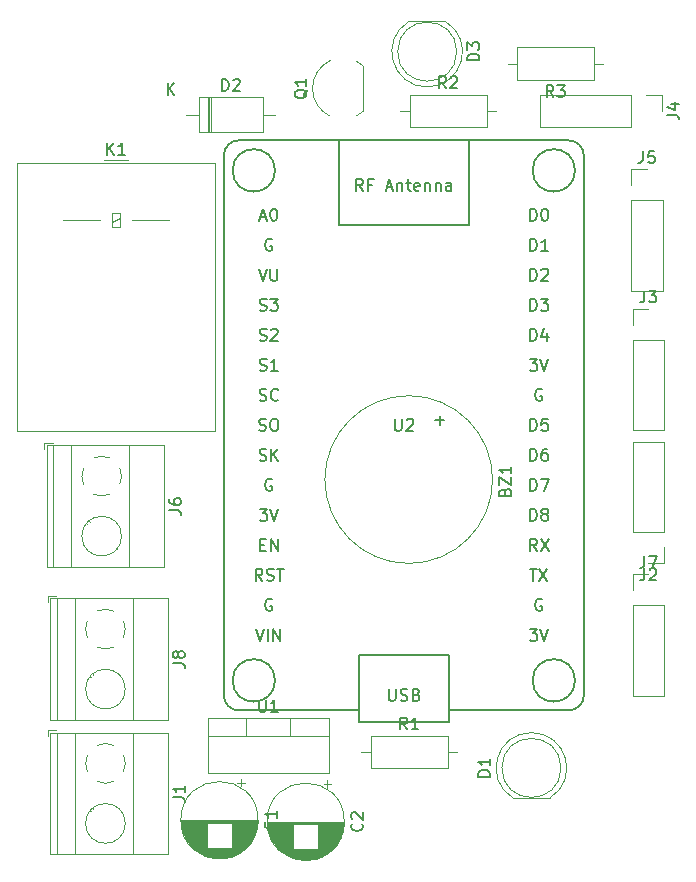
<source format=gbr>
%TF.GenerationSoftware,KiCad,Pcbnew,(5.1.12)-1*%
%TF.CreationDate,2022-02-17T13:14:00+05:30*%
%TF.ProjectId,vehilcletheftdetection,76656869-6c63-46c6-9574-686566746465,rev?*%
%TF.SameCoordinates,Original*%
%TF.FileFunction,Legend,Top*%
%TF.FilePolarity,Positive*%
%FSLAX46Y46*%
G04 Gerber Fmt 4.6, Leading zero omitted, Abs format (unit mm)*
G04 Created by KiCad (PCBNEW (5.1.12)-1) date 2022-02-17 13:14:00*
%MOMM*%
%LPD*%
G01*
G04 APERTURE LIST*
%ADD10C,0.120000*%
%ADD11C,0.150000*%
G04 APERTURE END LIST*
D10*
%TO.C,R1*%
X59150500Y-100484000D02*
X59150500Y-103224000D01*
X59150500Y-103224000D02*
X65690500Y-103224000D01*
X65690500Y-103224000D02*
X65690500Y-100484000D01*
X65690500Y-100484000D02*
X59150500Y-100484000D01*
X58380500Y-101854000D02*
X59150500Y-101854000D01*
X66460500Y-101854000D02*
X65690500Y-101854000D01*
%TO.C,R3*%
X78073000Y-44931000D02*
X78073000Y-42191000D01*
X78073000Y-42191000D02*
X71533000Y-42191000D01*
X71533000Y-42191000D02*
X71533000Y-44931000D01*
X71533000Y-44931000D02*
X78073000Y-44931000D01*
X78843000Y-43561000D02*
X78073000Y-43561000D01*
X70763000Y-43561000D02*
X71533000Y-43561000D01*
%TO.C,Q1*%
X58532500Y-47596500D02*
X58532500Y-43746500D01*
X57944764Y-43354117D02*
G75*
G02*
X58532500Y-43746500I-1112264J-2302383D01*
G01*
X55733693Y-43300100D02*
G75*
G03*
X54232500Y-45656500I1098807J-2356400D01*
G01*
X55733693Y-48012900D02*
G75*
G02*
X54232500Y-45656500I1098807J2356400D01*
G01*
X57954545Y-47979131D02*
G75*
G03*
X58532500Y-47596500I-1122045J2322631D01*
G01*
%TO.C,K1*%
X38942000Y-56810000D02*
X42092000Y-56810000D01*
X33092000Y-56810000D02*
X36242000Y-56810000D01*
X36592000Y-51700000D02*
X38592000Y-51700000D01*
X37242000Y-57410000D02*
X37942000Y-57410000D01*
X37242000Y-56210000D02*
X37242000Y-57410000D01*
X37942000Y-56210000D02*
X37242000Y-56210000D01*
X37942000Y-57410000D02*
X37942000Y-56210000D01*
X37242000Y-57010000D02*
X37942000Y-56610000D01*
X29242000Y-74660000D02*
X45942000Y-74660000D01*
X29242000Y-51960000D02*
X29242000Y-74660000D01*
X45942000Y-51960000D02*
X29242000Y-51960000D01*
X45942000Y-74660000D02*
X45942000Y-51960000D01*
%TO.C,J8*%
X31803000Y-88600000D02*
X31803000Y-89100000D01*
X32543000Y-88600000D02*
X31803000Y-88600000D01*
X35680000Y-95293000D02*
X35634000Y-95246000D01*
X37978000Y-97590000D02*
X37942000Y-97555000D01*
X35464000Y-95486000D02*
X35429000Y-95451000D01*
X37772000Y-97795000D02*
X37726000Y-97748000D01*
X41964000Y-99120000D02*
X32043000Y-99120000D01*
X41964000Y-88840000D02*
X32043000Y-88840000D01*
X32043000Y-88840000D02*
X32043000Y-99120000D01*
X41964000Y-88840000D02*
X41964000Y-99120000D01*
X39004000Y-88840000D02*
X39004000Y-99120000D01*
X34103000Y-88840000D02*
X34103000Y-99120000D01*
X32603000Y-88840000D02*
X32603000Y-99120000D01*
X38383000Y-96520000D02*
G75*
G03*
X38383000Y-96520000I-1680000J0D01*
G01*
X35022747Y-91468805D02*
G75*
G02*
X35168000Y-90756000I1680253J28805D01*
G01*
X36019958Y-89904574D02*
G75*
G02*
X37387000Y-89905000I683042J-1535426D01*
G01*
X38238426Y-90756958D02*
G75*
G02*
X38238000Y-92124000I-1535426J-683042D01*
G01*
X37386042Y-92975426D02*
G75*
G02*
X36019000Y-92975000I-683042J1535426D01*
G01*
X35168244Y-92123318D02*
G75*
G02*
X35023000Y-91440000I1534756J683318D01*
G01*
D11*
%TO.C,U2*%
X75944600Y-98319100D02*
X65774600Y-98319100D01*
X67464600Y-57189100D02*
X56464600Y-57189100D01*
X67464600Y-50059100D02*
X67464600Y-57189100D01*
X56464600Y-57189100D02*
X56464600Y-50059100D01*
X58164600Y-99319100D02*
X58164600Y-93589100D01*
X58164600Y-93589100D02*
X65764600Y-93589100D01*
X65764600Y-93589100D02*
X65764600Y-99319100D01*
X65764600Y-99319100D02*
X58164600Y-99319100D01*
X77204600Y-51329100D02*
X77204600Y-97049100D01*
X46724600Y-51329100D02*
X46724600Y-97049100D01*
X58164600Y-98319100D02*
X47994600Y-98319100D01*
X76460651Y-95779100D02*
G75*
G03*
X76460651Y-95779100I-1796051J0D01*
G01*
X51060651Y-95779100D02*
G75*
G03*
X51060651Y-95779100I-1796051J0D01*
G01*
X51060651Y-52599100D02*
G75*
G03*
X51060651Y-52599100I-1796051J0D01*
G01*
X76460651Y-52599100D02*
G75*
G03*
X76460651Y-52599100I-1796051J0D01*
G01*
X75934600Y-50059100D02*
X47994600Y-50059100D01*
X46724600Y-97049100D02*
G75*
G03*
X47994600Y-98319100I1270000J0D01*
G01*
X75934600Y-98319100D02*
G75*
G03*
X77204600Y-97049100I0J1270000D01*
G01*
X77204600Y-51329100D02*
G75*
G03*
X75934600Y-50059100I-1270000J0D01*
G01*
X47994600Y-50059100D02*
G75*
G03*
X46724600Y-51329100I0J-1270000D01*
G01*
D10*
%TO.C,U1*%
X45362500Y-98965000D02*
X55602500Y-98965000D01*
X45362500Y-103606000D02*
X55602500Y-103606000D01*
X45362500Y-98965000D02*
X45362500Y-103606000D01*
X55602500Y-98965000D02*
X55602500Y-103606000D01*
X45362500Y-100475000D02*
X55602500Y-100475000D01*
X48632500Y-98965000D02*
X48632500Y-100475000D01*
X52333500Y-98965000D02*
X52333500Y-100475000D01*
%TO.C,R2*%
X62452500Y-46191500D02*
X62452500Y-48931500D01*
X62452500Y-48931500D02*
X68992500Y-48931500D01*
X68992500Y-48931500D02*
X68992500Y-46191500D01*
X68992500Y-46191500D02*
X62452500Y-46191500D01*
X61682500Y-47561500D02*
X62452500Y-47561500D01*
X69762500Y-47561500D02*
X68992500Y-47561500D01*
%TO.C,J7*%
X81347000Y-97088000D02*
X84007000Y-97088000D01*
X81347000Y-89408000D02*
X81347000Y-97088000D01*
X84007000Y-89408000D02*
X84007000Y-97088000D01*
X81347000Y-89408000D02*
X84007000Y-89408000D01*
X81347000Y-88138000D02*
X81347000Y-86808000D01*
X81347000Y-86808000D02*
X82677000Y-86808000D01*
%TO.C,J6*%
X38065500Y-83566000D02*
G75*
G03*
X38065500Y-83566000I-1680000J0D01*
G01*
X32285500Y-75886000D02*
X32285500Y-86166000D01*
X33785500Y-75886000D02*
X33785500Y-86166000D01*
X38686500Y-75886000D02*
X38686500Y-86166000D01*
X41646500Y-75886000D02*
X41646500Y-86166000D01*
X31725500Y-75886000D02*
X31725500Y-86166000D01*
X41646500Y-75886000D02*
X31725500Y-75886000D01*
X41646500Y-86166000D02*
X31725500Y-86166000D01*
X37454500Y-84841000D02*
X37408500Y-84794000D01*
X35146500Y-82532000D02*
X35111500Y-82497000D01*
X37660500Y-84636000D02*
X37624500Y-84601000D01*
X35362500Y-82339000D02*
X35316500Y-82292000D01*
X32225500Y-75646000D02*
X31485500Y-75646000D01*
X31485500Y-75646000D02*
X31485500Y-76146000D01*
X34705247Y-78514805D02*
G75*
G02*
X34850500Y-77802000I1680253J28805D01*
G01*
X35702458Y-76950574D02*
G75*
G02*
X37069500Y-76951000I683042J-1535426D01*
G01*
X37920926Y-77802958D02*
G75*
G02*
X37920500Y-79170000I-1535426J-683042D01*
G01*
X37068542Y-80021426D02*
G75*
G02*
X35701500Y-80021000I-683042J1535426D01*
G01*
X34850744Y-79169318D02*
G75*
G02*
X34705500Y-78486000I1534756J683318D01*
G01*
%TO.C,J5*%
X81220000Y-62798000D02*
X83880000Y-62798000D01*
X81220000Y-55118000D02*
X81220000Y-62798000D01*
X83880000Y-55118000D02*
X83880000Y-62798000D01*
X81220000Y-55118000D02*
X83880000Y-55118000D01*
X81220000Y-53848000D02*
X81220000Y-52518000D01*
X81220000Y-52518000D02*
X82550000Y-52518000D01*
%TO.C,J4*%
X73536500Y-46231500D02*
X73536500Y-48891500D01*
X81216500Y-46231500D02*
X73536500Y-46231500D01*
X81216500Y-48891500D02*
X73536500Y-48891500D01*
X81216500Y-46231500D02*
X81216500Y-48891500D01*
X82486500Y-46231500D02*
X83816500Y-46231500D01*
X83816500Y-46231500D02*
X83816500Y-47561500D01*
%TO.C,J3*%
X81347000Y-74609000D02*
X84007000Y-74609000D01*
X81347000Y-66929000D02*
X81347000Y-74609000D01*
X84007000Y-66929000D02*
X84007000Y-74609000D01*
X81347000Y-66929000D02*
X84007000Y-66929000D01*
X81347000Y-65659000D02*
X81347000Y-64329000D01*
X81347000Y-64329000D02*
X82677000Y-64329000D01*
%TO.C,J2*%
X84007000Y-75568500D02*
X81347000Y-75568500D01*
X84007000Y-83248500D02*
X84007000Y-75568500D01*
X81347000Y-83248500D02*
X81347000Y-75568500D01*
X84007000Y-83248500D02*
X81347000Y-83248500D01*
X84007000Y-84518500D02*
X84007000Y-85848500D01*
X84007000Y-85848500D02*
X82677000Y-85848500D01*
%TO.C,J1*%
X38383000Y-107886500D02*
G75*
G03*
X38383000Y-107886500I-1680000J0D01*
G01*
X32603000Y-100206500D02*
X32603000Y-110486500D01*
X34103000Y-100206500D02*
X34103000Y-110486500D01*
X39004000Y-100206500D02*
X39004000Y-110486500D01*
X41964000Y-100206500D02*
X41964000Y-110486500D01*
X32043000Y-100206500D02*
X32043000Y-110486500D01*
X41964000Y-100206500D02*
X32043000Y-100206500D01*
X41964000Y-110486500D02*
X32043000Y-110486500D01*
X37772000Y-109161500D02*
X37726000Y-109114500D01*
X35464000Y-106852500D02*
X35429000Y-106817500D01*
X37978000Y-108956500D02*
X37942000Y-108921500D01*
X35680000Y-106659500D02*
X35634000Y-106612500D01*
X32543000Y-99966500D02*
X31803000Y-99966500D01*
X31803000Y-99966500D02*
X31803000Y-100466500D01*
X35022747Y-102835305D02*
G75*
G02*
X35168000Y-102122500I1680253J28805D01*
G01*
X36019958Y-101271074D02*
G75*
G02*
X37387000Y-101271500I683042J-1535426D01*
G01*
X38238426Y-102123458D02*
G75*
G02*
X38238000Y-103490500I-1535426J-683042D01*
G01*
X37386042Y-104341926D02*
G75*
G02*
X36019000Y-104341500I-683042J1535426D01*
G01*
X35168244Y-103489818D02*
G75*
G02*
X35023000Y-102806500I1534756J683318D01*
G01*
%TO.C,D3*%
X66444500Y-42545000D02*
G75*
G03*
X66444500Y-42545000I-2500000J0D01*
G01*
X65489500Y-39985000D02*
X62399500Y-39985000D01*
X63944962Y-45535000D02*
G75*
G02*
X62399670Y-39985000I-462J2990000D01*
G01*
X63944038Y-45535000D02*
G75*
G03*
X65489330Y-39985000I462J2990000D01*
G01*
%TO.C,D2*%
X44587500Y-46409000D02*
X44587500Y-49349000D01*
X44587500Y-49349000D02*
X50027500Y-49349000D01*
X50027500Y-49349000D02*
X50027500Y-46409000D01*
X50027500Y-46409000D02*
X44587500Y-46409000D01*
X43567500Y-47879000D02*
X44587500Y-47879000D01*
X51047500Y-47879000D02*
X50027500Y-47879000D01*
X45487500Y-46409000D02*
X45487500Y-49349000D01*
X45607500Y-46409000D02*
X45607500Y-49349000D01*
X45367500Y-46409000D02*
X45367500Y-49349000D01*
%TO.C,D1*%
X75271000Y-103187500D02*
G75*
G03*
X75271000Y-103187500I-2500000J0D01*
G01*
X71226000Y-105747500D02*
X74316000Y-105747500D01*
X72770538Y-100197500D02*
G75*
G02*
X74315830Y-105747500I462J-2990000D01*
G01*
X72771462Y-100197500D02*
G75*
G03*
X71226170Y-105747500I-462J-2990000D01*
G01*
%TO.C,C2*%
X56927500Y-107739500D02*
G75*
G03*
X56927500Y-107739500I-3270000J0D01*
G01*
X56887500Y-107739500D02*
X50427500Y-107739500D01*
X56887500Y-107779500D02*
X50427500Y-107779500D01*
X56887500Y-107819500D02*
X50427500Y-107819500D01*
X56885500Y-107859500D02*
X50429500Y-107859500D01*
X56884500Y-107899500D02*
X50430500Y-107899500D01*
X56881500Y-107939500D02*
X50433500Y-107939500D01*
X56879500Y-107979500D02*
X54697500Y-107979500D01*
X52617500Y-107979500D02*
X50435500Y-107979500D01*
X56875500Y-108019500D02*
X54697500Y-108019500D01*
X52617500Y-108019500D02*
X50439500Y-108019500D01*
X56872500Y-108059500D02*
X54697500Y-108059500D01*
X52617500Y-108059500D02*
X50442500Y-108059500D01*
X56868500Y-108099500D02*
X54697500Y-108099500D01*
X52617500Y-108099500D02*
X50446500Y-108099500D01*
X56863500Y-108139500D02*
X54697500Y-108139500D01*
X52617500Y-108139500D02*
X50451500Y-108139500D01*
X56858500Y-108179500D02*
X54697500Y-108179500D01*
X52617500Y-108179500D02*
X50456500Y-108179500D01*
X56852500Y-108219500D02*
X54697500Y-108219500D01*
X52617500Y-108219500D02*
X50462500Y-108219500D01*
X56846500Y-108259500D02*
X54697500Y-108259500D01*
X52617500Y-108259500D02*
X50468500Y-108259500D01*
X56839500Y-108299500D02*
X54697500Y-108299500D01*
X52617500Y-108299500D02*
X50475500Y-108299500D01*
X56832500Y-108339500D02*
X54697500Y-108339500D01*
X52617500Y-108339500D02*
X50482500Y-108339500D01*
X56824500Y-108379500D02*
X54697500Y-108379500D01*
X52617500Y-108379500D02*
X50490500Y-108379500D01*
X56816500Y-108419500D02*
X54697500Y-108419500D01*
X52617500Y-108419500D02*
X50498500Y-108419500D01*
X56807500Y-108460500D02*
X54697500Y-108460500D01*
X52617500Y-108460500D02*
X50507500Y-108460500D01*
X56798500Y-108500500D02*
X54697500Y-108500500D01*
X52617500Y-108500500D02*
X50516500Y-108500500D01*
X56788500Y-108540500D02*
X54697500Y-108540500D01*
X52617500Y-108540500D02*
X50526500Y-108540500D01*
X56778500Y-108580500D02*
X54697500Y-108580500D01*
X52617500Y-108580500D02*
X50536500Y-108580500D01*
X56767500Y-108620500D02*
X54697500Y-108620500D01*
X52617500Y-108620500D02*
X50547500Y-108620500D01*
X56755500Y-108660500D02*
X54697500Y-108660500D01*
X52617500Y-108660500D02*
X50559500Y-108660500D01*
X56743500Y-108700500D02*
X54697500Y-108700500D01*
X52617500Y-108700500D02*
X50571500Y-108700500D01*
X56731500Y-108740500D02*
X54697500Y-108740500D01*
X52617500Y-108740500D02*
X50583500Y-108740500D01*
X56718500Y-108780500D02*
X54697500Y-108780500D01*
X52617500Y-108780500D02*
X50596500Y-108780500D01*
X56704500Y-108820500D02*
X54697500Y-108820500D01*
X52617500Y-108820500D02*
X50610500Y-108820500D01*
X56690500Y-108860500D02*
X54697500Y-108860500D01*
X52617500Y-108860500D02*
X50624500Y-108860500D01*
X56675500Y-108900500D02*
X54697500Y-108900500D01*
X52617500Y-108900500D02*
X50639500Y-108900500D01*
X56659500Y-108940500D02*
X54697500Y-108940500D01*
X52617500Y-108940500D02*
X50655500Y-108940500D01*
X56643500Y-108980500D02*
X54697500Y-108980500D01*
X52617500Y-108980500D02*
X50671500Y-108980500D01*
X56627500Y-109020500D02*
X54697500Y-109020500D01*
X52617500Y-109020500D02*
X50687500Y-109020500D01*
X56609500Y-109060500D02*
X54697500Y-109060500D01*
X52617500Y-109060500D02*
X50705500Y-109060500D01*
X56591500Y-109100500D02*
X54697500Y-109100500D01*
X52617500Y-109100500D02*
X50723500Y-109100500D01*
X56573500Y-109140500D02*
X54697500Y-109140500D01*
X52617500Y-109140500D02*
X50741500Y-109140500D01*
X56553500Y-109180500D02*
X54697500Y-109180500D01*
X52617500Y-109180500D02*
X50761500Y-109180500D01*
X56533500Y-109220500D02*
X54697500Y-109220500D01*
X52617500Y-109220500D02*
X50781500Y-109220500D01*
X56513500Y-109260500D02*
X54697500Y-109260500D01*
X52617500Y-109260500D02*
X50801500Y-109260500D01*
X56491500Y-109300500D02*
X54697500Y-109300500D01*
X52617500Y-109300500D02*
X50823500Y-109300500D01*
X56469500Y-109340500D02*
X54697500Y-109340500D01*
X52617500Y-109340500D02*
X50845500Y-109340500D01*
X56447500Y-109380500D02*
X54697500Y-109380500D01*
X52617500Y-109380500D02*
X50867500Y-109380500D01*
X56423500Y-109420500D02*
X54697500Y-109420500D01*
X52617500Y-109420500D02*
X50891500Y-109420500D01*
X56399500Y-109460500D02*
X54697500Y-109460500D01*
X52617500Y-109460500D02*
X50915500Y-109460500D01*
X56373500Y-109500500D02*
X54697500Y-109500500D01*
X52617500Y-109500500D02*
X50941500Y-109500500D01*
X56347500Y-109540500D02*
X54697500Y-109540500D01*
X52617500Y-109540500D02*
X50967500Y-109540500D01*
X56321500Y-109580500D02*
X54697500Y-109580500D01*
X52617500Y-109580500D02*
X50993500Y-109580500D01*
X56293500Y-109620500D02*
X54697500Y-109620500D01*
X52617500Y-109620500D02*
X51021500Y-109620500D01*
X56264500Y-109660500D02*
X54697500Y-109660500D01*
X52617500Y-109660500D02*
X51050500Y-109660500D01*
X56235500Y-109700500D02*
X54697500Y-109700500D01*
X52617500Y-109700500D02*
X51079500Y-109700500D01*
X56205500Y-109740500D02*
X54697500Y-109740500D01*
X52617500Y-109740500D02*
X51109500Y-109740500D01*
X56173500Y-109780500D02*
X54697500Y-109780500D01*
X52617500Y-109780500D02*
X51141500Y-109780500D01*
X56141500Y-109820500D02*
X54697500Y-109820500D01*
X52617500Y-109820500D02*
X51173500Y-109820500D01*
X56107500Y-109860500D02*
X54697500Y-109860500D01*
X52617500Y-109860500D02*
X51207500Y-109860500D01*
X56073500Y-109900500D02*
X54697500Y-109900500D01*
X52617500Y-109900500D02*
X51241500Y-109900500D01*
X56037500Y-109940500D02*
X54697500Y-109940500D01*
X52617500Y-109940500D02*
X51277500Y-109940500D01*
X56000500Y-109980500D02*
X54697500Y-109980500D01*
X52617500Y-109980500D02*
X51314500Y-109980500D01*
X55962500Y-110020500D02*
X54697500Y-110020500D01*
X52617500Y-110020500D02*
X51352500Y-110020500D01*
X55922500Y-110060500D02*
X51392500Y-110060500D01*
X55881500Y-110100500D02*
X51433500Y-110100500D01*
X55839500Y-110140500D02*
X51475500Y-110140500D01*
X55794500Y-110180500D02*
X51520500Y-110180500D01*
X55749500Y-110220500D02*
X51565500Y-110220500D01*
X55701500Y-110260500D02*
X51613500Y-110260500D01*
X55652500Y-110300500D02*
X51662500Y-110300500D01*
X55601500Y-110340500D02*
X51713500Y-110340500D01*
X55547500Y-110380500D02*
X51767500Y-110380500D01*
X55491500Y-110420500D02*
X51823500Y-110420500D01*
X55433500Y-110460500D02*
X51881500Y-110460500D01*
X55371500Y-110500500D02*
X51943500Y-110500500D01*
X55307500Y-110540500D02*
X52007500Y-110540500D01*
X55238500Y-110580500D02*
X52076500Y-110580500D01*
X55166500Y-110620500D02*
X52148500Y-110620500D01*
X55089500Y-110660500D02*
X52225500Y-110660500D01*
X55007500Y-110700500D02*
X52307500Y-110700500D01*
X54919500Y-110740500D02*
X52395500Y-110740500D01*
X54822500Y-110780500D02*
X52492500Y-110780500D01*
X54716500Y-110820500D02*
X52598500Y-110820500D01*
X54597500Y-110860500D02*
X52717500Y-110860500D01*
X54459500Y-110900500D02*
X52855500Y-110900500D01*
X54290500Y-110940500D02*
X53024500Y-110940500D01*
X54059500Y-110980500D02*
X53255500Y-110980500D01*
X55496500Y-104239259D02*
X55496500Y-104869259D01*
X55811500Y-104554259D02*
X55181500Y-104554259D01*
%TO.C,C1*%
X49625000Y-107612500D02*
G75*
G03*
X49625000Y-107612500I-3270000J0D01*
G01*
X49585000Y-107612500D02*
X43125000Y-107612500D01*
X49585000Y-107652500D02*
X43125000Y-107652500D01*
X49585000Y-107692500D02*
X43125000Y-107692500D01*
X49583000Y-107732500D02*
X43127000Y-107732500D01*
X49582000Y-107772500D02*
X43128000Y-107772500D01*
X49579000Y-107812500D02*
X43131000Y-107812500D01*
X49577000Y-107852500D02*
X47395000Y-107852500D01*
X45315000Y-107852500D02*
X43133000Y-107852500D01*
X49573000Y-107892500D02*
X47395000Y-107892500D01*
X45315000Y-107892500D02*
X43137000Y-107892500D01*
X49570000Y-107932500D02*
X47395000Y-107932500D01*
X45315000Y-107932500D02*
X43140000Y-107932500D01*
X49566000Y-107972500D02*
X47395000Y-107972500D01*
X45315000Y-107972500D02*
X43144000Y-107972500D01*
X49561000Y-108012500D02*
X47395000Y-108012500D01*
X45315000Y-108012500D02*
X43149000Y-108012500D01*
X49556000Y-108052500D02*
X47395000Y-108052500D01*
X45315000Y-108052500D02*
X43154000Y-108052500D01*
X49550000Y-108092500D02*
X47395000Y-108092500D01*
X45315000Y-108092500D02*
X43160000Y-108092500D01*
X49544000Y-108132500D02*
X47395000Y-108132500D01*
X45315000Y-108132500D02*
X43166000Y-108132500D01*
X49537000Y-108172500D02*
X47395000Y-108172500D01*
X45315000Y-108172500D02*
X43173000Y-108172500D01*
X49530000Y-108212500D02*
X47395000Y-108212500D01*
X45315000Y-108212500D02*
X43180000Y-108212500D01*
X49522000Y-108252500D02*
X47395000Y-108252500D01*
X45315000Y-108252500D02*
X43188000Y-108252500D01*
X49514000Y-108292500D02*
X47395000Y-108292500D01*
X45315000Y-108292500D02*
X43196000Y-108292500D01*
X49505000Y-108333500D02*
X47395000Y-108333500D01*
X45315000Y-108333500D02*
X43205000Y-108333500D01*
X49496000Y-108373500D02*
X47395000Y-108373500D01*
X45315000Y-108373500D02*
X43214000Y-108373500D01*
X49486000Y-108413500D02*
X47395000Y-108413500D01*
X45315000Y-108413500D02*
X43224000Y-108413500D01*
X49476000Y-108453500D02*
X47395000Y-108453500D01*
X45315000Y-108453500D02*
X43234000Y-108453500D01*
X49465000Y-108493500D02*
X47395000Y-108493500D01*
X45315000Y-108493500D02*
X43245000Y-108493500D01*
X49453000Y-108533500D02*
X47395000Y-108533500D01*
X45315000Y-108533500D02*
X43257000Y-108533500D01*
X49441000Y-108573500D02*
X47395000Y-108573500D01*
X45315000Y-108573500D02*
X43269000Y-108573500D01*
X49429000Y-108613500D02*
X47395000Y-108613500D01*
X45315000Y-108613500D02*
X43281000Y-108613500D01*
X49416000Y-108653500D02*
X47395000Y-108653500D01*
X45315000Y-108653500D02*
X43294000Y-108653500D01*
X49402000Y-108693500D02*
X47395000Y-108693500D01*
X45315000Y-108693500D02*
X43308000Y-108693500D01*
X49388000Y-108733500D02*
X47395000Y-108733500D01*
X45315000Y-108733500D02*
X43322000Y-108733500D01*
X49373000Y-108773500D02*
X47395000Y-108773500D01*
X45315000Y-108773500D02*
X43337000Y-108773500D01*
X49357000Y-108813500D02*
X47395000Y-108813500D01*
X45315000Y-108813500D02*
X43353000Y-108813500D01*
X49341000Y-108853500D02*
X47395000Y-108853500D01*
X45315000Y-108853500D02*
X43369000Y-108853500D01*
X49325000Y-108893500D02*
X47395000Y-108893500D01*
X45315000Y-108893500D02*
X43385000Y-108893500D01*
X49307000Y-108933500D02*
X47395000Y-108933500D01*
X45315000Y-108933500D02*
X43403000Y-108933500D01*
X49289000Y-108973500D02*
X47395000Y-108973500D01*
X45315000Y-108973500D02*
X43421000Y-108973500D01*
X49271000Y-109013500D02*
X47395000Y-109013500D01*
X45315000Y-109013500D02*
X43439000Y-109013500D01*
X49251000Y-109053500D02*
X47395000Y-109053500D01*
X45315000Y-109053500D02*
X43459000Y-109053500D01*
X49231000Y-109093500D02*
X47395000Y-109093500D01*
X45315000Y-109093500D02*
X43479000Y-109093500D01*
X49211000Y-109133500D02*
X47395000Y-109133500D01*
X45315000Y-109133500D02*
X43499000Y-109133500D01*
X49189000Y-109173500D02*
X47395000Y-109173500D01*
X45315000Y-109173500D02*
X43521000Y-109173500D01*
X49167000Y-109213500D02*
X47395000Y-109213500D01*
X45315000Y-109213500D02*
X43543000Y-109213500D01*
X49145000Y-109253500D02*
X47395000Y-109253500D01*
X45315000Y-109253500D02*
X43565000Y-109253500D01*
X49121000Y-109293500D02*
X47395000Y-109293500D01*
X45315000Y-109293500D02*
X43589000Y-109293500D01*
X49097000Y-109333500D02*
X47395000Y-109333500D01*
X45315000Y-109333500D02*
X43613000Y-109333500D01*
X49071000Y-109373500D02*
X47395000Y-109373500D01*
X45315000Y-109373500D02*
X43639000Y-109373500D01*
X49045000Y-109413500D02*
X47395000Y-109413500D01*
X45315000Y-109413500D02*
X43665000Y-109413500D01*
X49019000Y-109453500D02*
X47395000Y-109453500D01*
X45315000Y-109453500D02*
X43691000Y-109453500D01*
X48991000Y-109493500D02*
X47395000Y-109493500D01*
X45315000Y-109493500D02*
X43719000Y-109493500D01*
X48962000Y-109533500D02*
X47395000Y-109533500D01*
X45315000Y-109533500D02*
X43748000Y-109533500D01*
X48933000Y-109573500D02*
X47395000Y-109573500D01*
X45315000Y-109573500D02*
X43777000Y-109573500D01*
X48903000Y-109613500D02*
X47395000Y-109613500D01*
X45315000Y-109613500D02*
X43807000Y-109613500D01*
X48871000Y-109653500D02*
X47395000Y-109653500D01*
X45315000Y-109653500D02*
X43839000Y-109653500D01*
X48839000Y-109693500D02*
X47395000Y-109693500D01*
X45315000Y-109693500D02*
X43871000Y-109693500D01*
X48805000Y-109733500D02*
X47395000Y-109733500D01*
X45315000Y-109733500D02*
X43905000Y-109733500D01*
X48771000Y-109773500D02*
X47395000Y-109773500D01*
X45315000Y-109773500D02*
X43939000Y-109773500D01*
X48735000Y-109813500D02*
X47395000Y-109813500D01*
X45315000Y-109813500D02*
X43975000Y-109813500D01*
X48698000Y-109853500D02*
X47395000Y-109853500D01*
X45315000Y-109853500D02*
X44012000Y-109853500D01*
X48660000Y-109893500D02*
X47395000Y-109893500D01*
X45315000Y-109893500D02*
X44050000Y-109893500D01*
X48620000Y-109933500D02*
X44090000Y-109933500D01*
X48579000Y-109973500D02*
X44131000Y-109973500D01*
X48537000Y-110013500D02*
X44173000Y-110013500D01*
X48492000Y-110053500D02*
X44218000Y-110053500D01*
X48447000Y-110093500D02*
X44263000Y-110093500D01*
X48399000Y-110133500D02*
X44311000Y-110133500D01*
X48350000Y-110173500D02*
X44360000Y-110173500D01*
X48299000Y-110213500D02*
X44411000Y-110213500D01*
X48245000Y-110253500D02*
X44465000Y-110253500D01*
X48189000Y-110293500D02*
X44521000Y-110293500D01*
X48131000Y-110333500D02*
X44579000Y-110333500D01*
X48069000Y-110373500D02*
X44641000Y-110373500D01*
X48005000Y-110413500D02*
X44705000Y-110413500D01*
X47936000Y-110453500D02*
X44774000Y-110453500D01*
X47864000Y-110493500D02*
X44846000Y-110493500D01*
X47787000Y-110533500D02*
X44923000Y-110533500D01*
X47705000Y-110573500D02*
X45005000Y-110573500D01*
X47617000Y-110613500D02*
X45093000Y-110613500D01*
X47520000Y-110653500D02*
X45190000Y-110653500D01*
X47414000Y-110693500D02*
X45296000Y-110693500D01*
X47295000Y-110733500D02*
X45415000Y-110733500D01*
X47157000Y-110773500D02*
X45553000Y-110773500D01*
X46988000Y-110813500D02*
X45722000Y-110813500D01*
X46757000Y-110853500D02*
X45953000Y-110853500D01*
X48194000Y-104112259D02*
X48194000Y-104742259D01*
X48509000Y-104427259D02*
X47879000Y-104427259D01*
%TO.C,BZ1*%
X69482400Y-78774300D02*
G75*
G03*
X69482400Y-78774300I-7100000J0D01*
G01*
%TO.C,R1*%
D11*
X62253833Y-99936380D02*
X61920500Y-99460190D01*
X61682404Y-99936380D02*
X61682404Y-98936380D01*
X62063357Y-98936380D01*
X62158595Y-98984000D01*
X62206214Y-99031619D01*
X62253833Y-99126857D01*
X62253833Y-99269714D01*
X62206214Y-99364952D01*
X62158595Y-99412571D01*
X62063357Y-99460190D01*
X61682404Y-99460190D01*
X63206214Y-99936380D02*
X62634785Y-99936380D01*
X62920500Y-99936380D02*
X62920500Y-98936380D01*
X62825261Y-99079238D01*
X62730023Y-99174476D01*
X62634785Y-99222095D01*
%TO.C,R3*%
X74636333Y-46383380D02*
X74303000Y-45907190D01*
X74064904Y-46383380D02*
X74064904Y-45383380D01*
X74445857Y-45383380D01*
X74541095Y-45431000D01*
X74588714Y-45478619D01*
X74636333Y-45573857D01*
X74636333Y-45716714D01*
X74588714Y-45811952D01*
X74541095Y-45859571D01*
X74445857Y-45907190D01*
X74064904Y-45907190D01*
X74969666Y-45383380D02*
X75588714Y-45383380D01*
X75255380Y-45764333D01*
X75398238Y-45764333D01*
X75493476Y-45811952D01*
X75541095Y-45859571D01*
X75588714Y-45954809D01*
X75588714Y-46192904D01*
X75541095Y-46288142D01*
X75493476Y-46335761D01*
X75398238Y-46383380D01*
X75112523Y-46383380D01*
X75017285Y-46335761D01*
X74969666Y-46288142D01*
%TO.C,Q1*%
X53820119Y-45751738D02*
X53772500Y-45846976D01*
X53677261Y-45942214D01*
X53534404Y-46085071D01*
X53486785Y-46180309D01*
X53486785Y-46275547D01*
X53724880Y-46227928D02*
X53677261Y-46323166D01*
X53582023Y-46418404D01*
X53391547Y-46466023D01*
X53058214Y-46466023D01*
X52867738Y-46418404D01*
X52772500Y-46323166D01*
X52724880Y-46227928D01*
X52724880Y-46037452D01*
X52772500Y-45942214D01*
X52867738Y-45846976D01*
X53058214Y-45799357D01*
X53391547Y-45799357D01*
X53582023Y-45846976D01*
X53677261Y-45942214D01*
X53724880Y-46037452D01*
X53724880Y-46227928D01*
X53724880Y-44846976D02*
X53724880Y-45418404D01*
X53724880Y-45132690D02*
X52724880Y-45132690D01*
X52867738Y-45227928D01*
X52962976Y-45323166D01*
X53010595Y-45418404D01*
%TO.C,K1*%
X36853904Y-51262380D02*
X36853904Y-50262380D01*
X37425333Y-51262380D02*
X36996761Y-50690952D01*
X37425333Y-50262380D02*
X36853904Y-50833809D01*
X38377714Y-51262380D02*
X37806285Y-51262380D01*
X38092000Y-51262380D02*
X38092000Y-50262380D01*
X37996761Y-50405238D01*
X37901523Y-50500476D01*
X37806285Y-50548095D01*
%TO.C,J8*%
X42415380Y-94313333D02*
X43129666Y-94313333D01*
X43272523Y-94360952D01*
X43367761Y-94456190D01*
X43415380Y-94599047D01*
X43415380Y-94694285D01*
X42843952Y-93694285D02*
X42796333Y-93789523D01*
X42748714Y-93837142D01*
X42653476Y-93884761D01*
X42605857Y-93884761D01*
X42510619Y-93837142D01*
X42463000Y-93789523D01*
X42415380Y-93694285D01*
X42415380Y-93503809D01*
X42463000Y-93408571D01*
X42510619Y-93360952D01*
X42605857Y-93313333D01*
X42653476Y-93313333D01*
X42748714Y-93360952D01*
X42796333Y-93408571D01*
X42843952Y-93503809D01*
X42843952Y-93694285D01*
X42891571Y-93789523D01*
X42939190Y-93837142D01*
X43034428Y-93884761D01*
X43224904Y-93884761D01*
X43320142Y-93837142D01*
X43367761Y-93789523D01*
X43415380Y-93694285D01*
X43415380Y-93503809D01*
X43367761Y-93408571D01*
X43320142Y-93360952D01*
X43224904Y-93313333D01*
X43034428Y-93313333D01*
X42939190Y-93360952D01*
X42891571Y-93408571D01*
X42843952Y-93503809D01*
%TO.C,U2*%
X61202695Y-73641480D02*
X61202695Y-74451004D01*
X61250314Y-74546242D01*
X61297933Y-74593861D01*
X61393171Y-74641480D01*
X61583647Y-74641480D01*
X61678885Y-74593861D01*
X61726504Y-74546242D01*
X61774123Y-74451004D01*
X61774123Y-73641480D01*
X62202695Y-73736719D02*
X62250314Y-73689100D01*
X62345552Y-73641480D01*
X62583647Y-73641480D01*
X62678885Y-73689100D01*
X62726504Y-73736719D01*
X62774123Y-73831957D01*
X62774123Y-73927195D01*
X62726504Y-74070052D01*
X62155076Y-74641480D01*
X62774123Y-74641480D01*
X72656504Y-56861480D02*
X72656504Y-55861480D01*
X72894600Y-55861480D01*
X73037457Y-55909100D01*
X73132695Y-56004338D01*
X73180314Y-56099576D01*
X73227933Y-56290052D01*
X73227933Y-56432909D01*
X73180314Y-56623385D01*
X73132695Y-56718623D01*
X73037457Y-56813861D01*
X72894600Y-56861480D01*
X72656504Y-56861480D01*
X73846980Y-55861480D02*
X73942219Y-55861480D01*
X74037457Y-55909100D01*
X74085076Y-55956719D01*
X74132695Y-56051957D01*
X74180314Y-56242433D01*
X74180314Y-56480528D01*
X74132695Y-56671004D01*
X74085076Y-56766242D01*
X74037457Y-56813861D01*
X73942219Y-56861480D01*
X73846980Y-56861480D01*
X73751742Y-56813861D01*
X73704123Y-56766242D01*
X73656504Y-56671004D01*
X73608885Y-56480528D01*
X73608885Y-56242433D01*
X73656504Y-56051957D01*
X73704123Y-55956719D01*
X73751742Y-55909100D01*
X73846980Y-55861480D01*
X72656504Y-59401480D02*
X72656504Y-58401480D01*
X72894600Y-58401480D01*
X73037457Y-58449100D01*
X73132695Y-58544338D01*
X73180314Y-58639576D01*
X73227933Y-58830052D01*
X73227933Y-58972909D01*
X73180314Y-59163385D01*
X73132695Y-59258623D01*
X73037457Y-59353861D01*
X72894600Y-59401480D01*
X72656504Y-59401480D01*
X74180314Y-59401480D02*
X73608885Y-59401480D01*
X73894600Y-59401480D02*
X73894600Y-58401480D01*
X73799361Y-58544338D01*
X73704123Y-58639576D01*
X73608885Y-58687195D01*
X72656504Y-61941480D02*
X72656504Y-60941480D01*
X72894600Y-60941480D01*
X73037457Y-60989100D01*
X73132695Y-61084338D01*
X73180314Y-61179576D01*
X73227933Y-61370052D01*
X73227933Y-61512909D01*
X73180314Y-61703385D01*
X73132695Y-61798623D01*
X73037457Y-61893861D01*
X72894600Y-61941480D01*
X72656504Y-61941480D01*
X73608885Y-61036719D02*
X73656504Y-60989100D01*
X73751742Y-60941480D01*
X73989838Y-60941480D01*
X74085076Y-60989100D01*
X74132695Y-61036719D01*
X74180314Y-61131957D01*
X74180314Y-61227195D01*
X74132695Y-61370052D01*
X73561266Y-61941480D01*
X74180314Y-61941480D01*
X72656504Y-64481480D02*
X72656504Y-63481480D01*
X72894600Y-63481480D01*
X73037457Y-63529100D01*
X73132695Y-63624338D01*
X73180314Y-63719576D01*
X73227933Y-63910052D01*
X73227933Y-64052909D01*
X73180314Y-64243385D01*
X73132695Y-64338623D01*
X73037457Y-64433861D01*
X72894600Y-64481480D01*
X72656504Y-64481480D01*
X73561266Y-63481480D02*
X74180314Y-63481480D01*
X73846980Y-63862433D01*
X73989838Y-63862433D01*
X74085076Y-63910052D01*
X74132695Y-63957671D01*
X74180314Y-64052909D01*
X74180314Y-64291004D01*
X74132695Y-64386242D01*
X74085076Y-64433861D01*
X73989838Y-64481480D01*
X73704123Y-64481480D01*
X73608885Y-64433861D01*
X73561266Y-64386242D01*
X72656504Y-67021480D02*
X72656504Y-66021480D01*
X72894600Y-66021480D01*
X73037457Y-66069100D01*
X73132695Y-66164338D01*
X73180314Y-66259576D01*
X73227933Y-66450052D01*
X73227933Y-66592909D01*
X73180314Y-66783385D01*
X73132695Y-66878623D01*
X73037457Y-66973861D01*
X72894600Y-67021480D01*
X72656504Y-67021480D01*
X74085076Y-66354814D02*
X74085076Y-67021480D01*
X73846980Y-65973861D02*
X73608885Y-66688147D01*
X74227933Y-66688147D01*
X72632695Y-68561480D02*
X73251742Y-68561480D01*
X72918409Y-68942433D01*
X73061266Y-68942433D01*
X73156504Y-68990052D01*
X73204123Y-69037671D01*
X73251742Y-69132909D01*
X73251742Y-69371004D01*
X73204123Y-69466242D01*
X73156504Y-69513861D01*
X73061266Y-69561480D01*
X72775552Y-69561480D01*
X72680314Y-69513861D01*
X72632695Y-69466242D01*
X73537457Y-68561480D02*
X73870790Y-69561480D01*
X74204123Y-68561480D01*
X73656504Y-71149100D02*
X73561266Y-71101480D01*
X73418409Y-71101480D01*
X73275552Y-71149100D01*
X73180314Y-71244338D01*
X73132695Y-71339576D01*
X73085076Y-71530052D01*
X73085076Y-71672909D01*
X73132695Y-71863385D01*
X73180314Y-71958623D01*
X73275552Y-72053861D01*
X73418409Y-72101480D01*
X73513647Y-72101480D01*
X73656504Y-72053861D01*
X73704123Y-72006242D01*
X73704123Y-71672909D01*
X73513647Y-71672909D01*
X72656504Y-74641480D02*
X72656504Y-73641480D01*
X72894600Y-73641480D01*
X73037457Y-73689100D01*
X73132695Y-73784338D01*
X73180314Y-73879576D01*
X73227933Y-74070052D01*
X73227933Y-74212909D01*
X73180314Y-74403385D01*
X73132695Y-74498623D01*
X73037457Y-74593861D01*
X72894600Y-74641480D01*
X72656504Y-74641480D01*
X74132695Y-73641480D02*
X73656504Y-73641480D01*
X73608885Y-74117671D01*
X73656504Y-74070052D01*
X73751742Y-74022433D01*
X73989838Y-74022433D01*
X74085076Y-74070052D01*
X74132695Y-74117671D01*
X74180314Y-74212909D01*
X74180314Y-74451004D01*
X74132695Y-74546242D01*
X74085076Y-74593861D01*
X73989838Y-74641480D01*
X73751742Y-74641480D01*
X73656504Y-74593861D01*
X73608885Y-74546242D01*
X72656504Y-77181480D02*
X72656504Y-76181480D01*
X72894600Y-76181480D01*
X73037457Y-76229100D01*
X73132695Y-76324338D01*
X73180314Y-76419576D01*
X73227933Y-76610052D01*
X73227933Y-76752909D01*
X73180314Y-76943385D01*
X73132695Y-77038623D01*
X73037457Y-77133861D01*
X72894600Y-77181480D01*
X72656504Y-77181480D01*
X74085076Y-76181480D02*
X73894600Y-76181480D01*
X73799361Y-76229100D01*
X73751742Y-76276719D01*
X73656504Y-76419576D01*
X73608885Y-76610052D01*
X73608885Y-76991004D01*
X73656504Y-77086242D01*
X73704123Y-77133861D01*
X73799361Y-77181480D01*
X73989838Y-77181480D01*
X74085076Y-77133861D01*
X74132695Y-77086242D01*
X74180314Y-76991004D01*
X74180314Y-76752909D01*
X74132695Y-76657671D01*
X74085076Y-76610052D01*
X73989838Y-76562433D01*
X73799361Y-76562433D01*
X73704123Y-76610052D01*
X73656504Y-76657671D01*
X73608885Y-76752909D01*
X72656504Y-79721480D02*
X72656504Y-78721480D01*
X72894600Y-78721480D01*
X73037457Y-78769100D01*
X73132695Y-78864338D01*
X73180314Y-78959576D01*
X73227933Y-79150052D01*
X73227933Y-79292909D01*
X73180314Y-79483385D01*
X73132695Y-79578623D01*
X73037457Y-79673861D01*
X72894600Y-79721480D01*
X72656504Y-79721480D01*
X73561266Y-78721480D02*
X74227933Y-78721480D01*
X73799361Y-79721480D01*
X72656504Y-82261480D02*
X72656504Y-81261480D01*
X72894600Y-81261480D01*
X73037457Y-81309100D01*
X73132695Y-81404338D01*
X73180314Y-81499576D01*
X73227933Y-81690052D01*
X73227933Y-81832909D01*
X73180314Y-82023385D01*
X73132695Y-82118623D01*
X73037457Y-82213861D01*
X72894600Y-82261480D01*
X72656504Y-82261480D01*
X73799361Y-81690052D02*
X73704123Y-81642433D01*
X73656504Y-81594814D01*
X73608885Y-81499576D01*
X73608885Y-81451957D01*
X73656504Y-81356719D01*
X73704123Y-81309100D01*
X73799361Y-81261480D01*
X73989838Y-81261480D01*
X74085076Y-81309100D01*
X74132695Y-81356719D01*
X74180314Y-81451957D01*
X74180314Y-81499576D01*
X74132695Y-81594814D01*
X74085076Y-81642433D01*
X73989838Y-81690052D01*
X73799361Y-81690052D01*
X73704123Y-81737671D01*
X73656504Y-81785290D01*
X73608885Y-81880528D01*
X73608885Y-82071004D01*
X73656504Y-82166242D01*
X73704123Y-82213861D01*
X73799361Y-82261480D01*
X73989838Y-82261480D01*
X74085076Y-82213861D01*
X74132695Y-82166242D01*
X74180314Y-82071004D01*
X74180314Y-81880528D01*
X74132695Y-81785290D01*
X74085076Y-81737671D01*
X73989838Y-81690052D01*
X73227933Y-84801480D02*
X72894600Y-84325290D01*
X72656504Y-84801480D02*
X72656504Y-83801480D01*
X73037457Y-83801480D01*
X73132695Y-83849100D01*
X73180314Y-83896719D01*
X73227933Y-83991957D01*
X73227933Y-84134814D01*
X73180314Y-84230052D01*
X73132695Y-84277671D01*
X73037457Y-84325290D01*
X72656504Y-84325290D01*
X73561266Y-83801480D02*
X74227933Y-84801480D01*
X74227933Y-83801480D02*
X73561266Y-84801480D01*
X72632695Y-86341480D02*
X73204123Y-86341480D01*
X72918409Y-87341480D02*
X72918409Y-86341480D01*
X73442219Y-86341480D02*
X74108885Y-87341480D01*
X74108885Y-86341480D02*
X73442219Y-87341480D01*
X73656504Y-88929100D02*
X73561266Y-88881480D01*
X73418409Y-88881480D01*
X73275552Y-88929100D01*
X73180314Y-89024338D01*
X73132695Y-89119576D01*
X73085076Y-89310052D01*
X73085076Y-89452909D01*
X73132695Y-89643385D01*
X73180314Y-89738623D01*
X73275552Y-89833861D01*
X73418409Y-89881480D01*
X73513647Y-89881480D01*
X73656504Y-89833861D01*
X73704123Y-89786242D01*
X73704123Y-89452909D01*
X73513647Y-89452909D01*
X72632695Y-91421480D02*
X73251742Y-91421480D01*
X72918409Y-91802433D01*
X73061266Y-91802433D01*
X73156504Y-91850052D01*
X73204123Y-91897671D01*
X73251742Y-91992909D01*
X73251742Y-92231004D01*
X73204123Y-92326242D01*
X73156504Y-92373861D01*
X73061266Y-92421480D01*
X72775552Y-92421480D01*
X72680314Y-92373861D01*
X72632695Y-92326242D01*
X73537457Y-91421480D02*
X73870790Y-92421480D01*
X74204123Y-91421480D01*
X49820314Y-56575766D02*
X50296504Y-56575766D01*
X49725076Y-56861480D02*
X50058409Y-55861480D01*
X50391742Y-56861480D01*
X50915552Y-55861480D02*
X51010790Y-55861480D01*
X51106028Y-55909100D01*
X51153647Y-55956719D01*
X51201266Y-56051957D01*
X51248885Y-56242433D01*
X51248885Y-56480528D01*
X51201266Y-56671004D01*
X51153647Y-56766242D01*
X51106028Y-56813861D01*
X51010790Y-56861480D01*
X50915552Y-56861480D01*
X50820314Y-56813861D01*
X50772695Y-56766242D01*
X50725076Y-56671004D01*
X50677457Y-56480528D01*
X50677457Y-56242433D01*
X50725076Y-56051957D01*
X50772695Y-55956719D01*
X50820314Y-55909100D01*
X50915552Y-55861480D01*
X50796504Y-58449100D02*
X50701266Y-58401480D01*
X50558409Y-58401480D01*
X50415552Y-58449100D01*
X50320314Y-58544338D01*
X50272695Y-58639576D01*
X50225076Y-58830052D01*
X50225076Y-58972909D01*
X50272695Y-59163385D01*
X50320314Y-59258623D01*
X50415552Y-59353861D01*
X50558409Y-59401480D01*
X50653647Y-59401480D01*
X50796504Y-59353861D01*
X50844123Y-59306242D01*
X50844123Y-58972909D01*
X50653647Y-58972909D01*
X49677457Y-60941480D02*
X50010790Y-61941480D01*
X50344123Y-60941480D01*
X50677457Y-60941480D02*
X50677457Y-61751004D01*
X50725076Y-61846242D01*
X50772695Y-61893861D01*
X50867933Y-61941480D01*
X51058409Y-61941480D01*
X51153647Y-61893861D01*
X51201266Y-61846242D01*
X51248885Y-61751004D01*
X51248885Y-60941480D01*
X49772695Y-64433861D02*
X49915552Y-64481480D01*
X50153647Y-64481480D01*
X50248885Y-64433861D01*
X50296504Y-64386242D01*
X50344123Y-64291004D01*
X50344123Y-64195766D01*
X50296504Y-64100528D01*
X50248885Y-64052909D01*
X50153647Y-64005290D01*
X49963171Y-63957671D01*
X49867933Y-63910052D01*
X49820314Y-63862433D01*
X49772695Y-63767195D01*
X49772695Y-63671957D01*
X49820314Y-63576719D01*
X49867933Y-63529100D01*
X49963171Y-63481480D01*
X50201266Y-63481480D01*
X50344123Y-63529100D01*
X50677457Y-63481480D02*
X51296504Y-63481480D01*
X50963171Y-63862433D01*
X51106028Y-63862433D01*
X51201266Y-63910052D01*
X51248885Y-63957671D01*
X51296504Y-64052909D01*
X51296504Y-64291004D01*
X51248885Y-64386242D01*
X51201266Y-64433861D01*
X51106028Y-64481480D01*
X50820314Y-64481480D01*
X50725076Y-64433861D01*
X50677457Y-64386242D01*
X49772695Y-66973861D02*
X49915552Y-67021480D01*
X50153647Y-67021480D01*
X50248885Y-66973861D01*
X50296504Y-66926242D01*
X50344123Y-66831004D01*
X50344123Y-66735766D01*
X50296504Y-66640528D01*
X50248885Y-66592909D01*
X50153647Y-66545290D01*
X49963171Y-66497671D01*
X49867933Y-66450052D01*
X49820314Y-66402433D01*
X49772695Y-66307195D01*
X49772695Y-66211957D01*
X49820314Y-66116719D01*
X49867933Y-66069100D01*
X49963171Y-66021480D01*
X50201266Y-66021480D01*
X50344123Y-66069100D01*
X50725076Y-66116719D02*
X50772695Y-66069100D01*
X50867933Y-66021480D01*
X51106028Y-66021480D01*
X51201266Y-66069100D01*
X51248885Y-66116719D01*
X51296504Y-66211957D01*
X51296504Y-66307195D01*
X51248885Y-66450052D01*
X50677457Y-67021480D01*
X51296504Y-67021480D01*
X49772695Y-69513861D02*
X49915552Y-69561480D01*
X50153647Y-69561480D01*
X50248885Y-69513861D01*
X50296504Y-69466242D01*
X50344123Y-69371004D01*
X50344123Y-69275766D01*
X50296504Y-69180528D01*
X50248885Y-69132909D01*
X50153647Y-69085290D01*
X49963171Y-69037671D01*
X49867933Y-68990052D01*
X49820314Y-68942433D01*
X49772695Y-68847195D01*
X49772695Y-68751957D01*
X49820314Y-68656719D01*
X49867933Y-68609100D01*
X49963171Y-68561480D01*
X50201266Y-68561480D01*
X50344123Y-68609100D01*
X51296504Y-69561480D02*
X50725076Y-69561480D01*
X51010790Y-69561480D02*
X51010790Y-68561480D01*
X50915552Y-68704338D01*
X50820314Y-68799576D01*
X50725076Y-68847195D01*
X49748885Y-72053861D02*
X49891742Y-72101480D01*
X50129838Y-72101480D01*
X50225076Y-72053861D01*
X50272695Y-72006242D01*
X50320314Y-71911004D01*
X50320314Y-71815766D01*
X50272695Y-71720528D01*
X50225076Y-71672909D01*
X50129838Y-71625290D01*
X49939361Y-71577671D01*
X49844123Y-71530052D01*
X49796504Y-71482433D01*
X49748885Y-71387195D01*
X49748885Y-71291957D01*
X49796504Y-71196719D01*
X49844123Y-71149100D01*
X49939361Y-71101480D01*
X50177457Y-71101480D01*
X50320314Y-71149100D01*
X51320314Y-72006242D02*
X51272695Y-72053861D01*
X51129838Y-72101480D01*
X51034600Y-72101480D01*
X50891742Y-72053861D01*
X50796504Y-71958623D01*
X50748885Y-71863385D01*
X50701266Y-71672909D01*
X50701266Y-71530052D01*
X50748885Y-71339576D01*
X50796504Y-71244338D01*
X50891742Y-71149100D01*
X51034600Y-71101480D01*
X51129838Y-71101480D01*
X51272695Y-71149100D01*
X51320314Y-71196719D01*
X49725076Y-74593861D02*
X49867933Y-74641480D01*
X50106028Y-74641480D01*
X50201266Y-74593861D01*
X50248885Y-74546242D01*
X50296504Y-74451004D01*
X50296504Y-74355766D01*
X50248885Y-74260528D01*
X50201266Y-74212909D01*
X50106028Y-74165290D01*
X49915552Y-74117671D01*
X49820314Y-74070052D01*
X49772695Y-74022433D01*
X49725076Y-73927195D01*
X49725076Y-73831957D01*
X49772695Y-73736719D01*
X49820314Y-73689100D01*
X49915552Y-73641480D01*
X50153647Y-73641480D01*
X50296504Y-73689100D01*
X50915552Y-73641480D02*
X51106028Y-73641480D01*
X51201266Y-73689100D01*
X51296504Y-73784338D01*
X51344123Y-73974814D01*
X51344123Y-74308147D01*
X51296504Y-74498623D01*
X51201266Y-74593861D01*
X51106028Y-74641480D01*
X50915552Y-74641480D01*
X50820314Y-74593861D01*
X50725076Y-74498623D01*
X50677457Y-74308147D01*
X50677457Y-73974814D01*
X50725076Y-73784338D01*
X50820314Y-73689100D01*
X50915552Y-73641480D01*
X49748885Y-77133861D02*
X49891742Y-77181480D01*
X50129838Y-77181480D01*
X50225076Y-77133861D01*
X50272695Y-77086242D01*
X50320314Y-76991004D01*
X50320314Y-76895766D01*
X50272695Y-76800528D01*
X50225076Y-76752909D01*
X50129838Y-76705290D01*
X49939361Y-76657671D01*
X49844123Y-76610052D01*
X49796504Y-76562433D01*
X49748885Y-76467195D01*
X49748885Y-76371957D01*
X49796504Y-76276719D01*
X49844123Y-76229100D01*
X49939361Y-76181480D01*
X50177457Y-76181480D01*
X50320314Y-76229100D01*
X50748885Y-77181480D02*
X50748885Y-76181480D01*
X51320314Y-77181480D02*
X50891742Y-76610052D01*
X51320314Y-76181480D02*
X50748885Y-76752909D01*
X50796504Y-78769100D02*
X50701266Y-78721480D01*
X50558409Y-78721480D01*
X50415552Y-78769100D01*
X50320314Y-78864338D01*
X50272695Y-78959576D01*
X50225076Y-79150052D01*
X50225076Y-79292909D01*
X50272695Y-79483385D01*
X50320314Y-79578623D01*
X50415552Y-79673861D01*
X50558409Y-79721480D01*
X50653647Y-79721480D01*
X50796504Y-79673861D01*
X50844123Y-79626242D01*
X50844123Y-79292909D01*
X50653647Y-79292909D01*
X49772695Y-81261480D02*
X50391742Y-81261480D01*
X50058409Y-81642433D01*
X50201266Y-81642433D01*
X50296504Y-81690052D01*
X50344123Y-81737671D01*
X50391742Y-81832909D01*
X50391742Y-82071004D01*
X50344123Y-82166242D01*
X50296504Y-82213861D01*
X50201266Y-82261480D01*
X49915552Y-82261480D01*
X49820314Y-82213861D01*
X49772695Y-82166242D01*
X50677457Y-81261480D02*
X51010790Y-82261480D01*
X51344123Y-81261480D01*
X49796504Y-84277671D02*
X50129838Y-84277671D01*
X50272695Y-84801480D02*
X49796504Y-84801480D01*
X49796504Y-83801480D01*
X50272695Y-83801480D01*
X50701266Y-84801480D02*
X50701266Y-83801480D01*
X51272695Y-84801480D01*
X51272695Y-83801480D01*
X49986980Y-87341480D02*
X49653647Y-86865290D01*
X49415552Y-87341480D02*
X49415552Y-86341480D01*
X49796504Y-86341480D01*
X49891742Y-86389100D01*
X49939361Y-86436719D01*
X49986980Y-86531957D01*
X49986980Y-86674814D01*
X49939361Y-86770052D01*
X49891742Y-86817671D01*
X49796504Y-86865290D01*
X49415552Y-86865290D01*
X50367933Y-87293861D02*
X50510790Y-87341480D01*
X50748885Y-87341480D01*
X50844123Y-87293861D01*
X50891742Y-87246242D01*
X50939361Y-87151004D01*
X50939361Y-87055766D01*
X50891742Y-86960528D01*
X50844123Y-86912909D01*
X50748885Y-86865290D01*
X50558409Y-86817671D01*
X50463171Y-86770052D01*
X50415552Y-86722433D01*
X50367933Y-86627195D01*
X50367933Y-86531957D01*
X50415552Y-86436719D01*
X50463171Y-86389100D01*
X50558409Y-86341480D01*
X50796504Y-86341480D01*
X50939361Y-86389100D01*
X51225076Y-86341480D02*
X51796504Y-86341480D01*
X51510790Y-87341480D02*
X51510790Y-86341480D01*
X50796504Y-88929100D02*
X50701266Y-88881480D01*
X50558409Y-88881480D01*
X50415552Y-88929100D01*
X50320314Y-89024338D01*
X50272695Y-89119576D01*
X50225076Y-89310052D01*
X50225076Y-89452909D01*
X50272695Y-89643385D01*
X50320314Y-89738623D01*
X50415552Y-89833861D01*
X50558409Y-89881480D01*
X50653647Y-89881480D01*
X50796504Y-89833861D01*
X50844123Y-89786242D01*
X50844123Y-89452909D01*
X50653647Y-89452909D01*
X49439361Y-91421480D02*
X49772695Y-92421480D01*
X50106028Y-91421480D01*
X50439361Y-92421480D02*
X50439361Y-91421480D01*
X50915552Y-92421480D02*
X50915552Y-91421480D01*
X51486980Y-92421480D01*
X51486980Y-91421480D01*
X58512219Y-54321480D02*
X58178885Y-53845290D01*
X57940790Y-54321480D02*
X57940790Y-53321480D01*
X58321742Y-53321480D01*
X58416980Y-53369100D01*
X58464600Y-53416719D01*
X58512219Y-53511957D01*
X58512219Y-53654814D01*
X58464600Y-53750052D01*
X58416980Y-53797671D01*
X58321742Y-53845290D01*
X57940790Y-53845290D01*
X59274123Y-53797671D02*
X58940790Y-53797671D01*
X58940790Y-54321480D02*
X58940790Y-53321480D01*
X59416980Y-53321480D01*
X60512219Y-54035766D02*
X60988409Y-54035766D01*
X60416980Y-54321480D02*
X60750314Y-53321480D01*
X61083647Y-54321480D01*
X61416980Y-53654814D02*
X61416980Y-54321480D01*
X61416980Y-53750052D02*
X61464600Y-53702433D01*
X61559838Y-53654814D01*
X61702695Y-53654814D01*
X61797933Y-53702433D01*
X61845552Y-53797671D01*
X61845552Y-54321480D01*
X62178885Y-53654814D02*
X62559838Y-53654814D01*
X62321742Y-53321480D02*
X62321742Y-54178623D01*
X62369361Y-54273861D01*
X62464600Y-54321480D01*
X62559838Y-54321480D01*
X63274123Y-54273861D02*
X63178885Y-54321480D01*
X62988409Y-54321480D01*
X62893171Y-54273861D01*
X62845552Y-54178623D01*
X62845552Y-53797671D01*
X62893171Y-53702433D01*
X62988409Y-53654814D01*
X63178885Y-53654814D01*
X63274123Y-53702433D01*
X63321742Y-53797671D01*
X63321742Y-53892909D01*
X62845552Y-53988147D01*
X63750314Y-53654814D02*
X63750314Y-54321480D01*
X63750314Y-53750052D02*
X63797933Y-53702433D01*
X63893171Y-53654814D01*
X64036028Y-53654814D01*
X64131266Y-53702433D01*
X64178885Y-53797671D01*
X64178885Y-54321480D01*
X64655076Y-53654814D02*
X64655076Y-54321480D01*
X64655076Y-53750052D02*
X64702695Y-53702433D01*
X64797933Y-53654814D01*
X64940790Y-53654814D01*
X65036028Y-53702433D01*
X65083647Y-53797671D01*
X65083647Y-54321480D01*
X65988409Y-54321480D02*
X65988409Y-53797671D01*
X65940790Y-53702433D01*
X65845552Y-53654814D01*
X65655076Y-53654814D01*
X65559838Y-53702433D01*
X65988409Y-54273861D02*
X65893171Y-54321480D01*
X65655076Y-54321480D01*
X65559838Y-54273861D01*
X65512219Y-54178623D01*
X65512219Y-54083385D01*
X65559838Y-53988147D01*
X65655076Y-53940528D01*
X65893171Y-53940528D01*
X65988409Y-53892909D01*
X60702695Y-96501480D02*
X60702695Y-97311004D01*
X60750314Y-97406242D01*
X60797933Y-97453861D01*
X60893171Y-97501480D01*
X61083647Y-97501480D01*
X61178885Y-97453861D01*
X61226504Y-97406242D01*
X61274123Y-97311004D01*
X61274123Y-96501480D01*
X61702695Y-97453861D02*
X61845552Y-97501480D01*
X62083647Y-97501480D01*
X62178885Y-97453861D01*
X62226504Y-97406242D01*
X62274123Y-97311004D01*
X62274123Y-97215766D01*
X62226504Y-97120528D01*
X62178885Y-97072909D01*
X62083647Y-97025290D01*
X61893171Y-96977671D01*
X61797933Y-96930052D01*
X61750314Y-96882433D01*
X61702695Y-96787195D01*
X61702695Y-96691957D01*
X61750314Y-96596719D01*
X61797933Y-96549100D01*
X61893171Y-96501480D01*
X62131266Y-96501480D01*
X62274123Y-96549100D01*
X63036028Y-96977671D02*
X63178885Y-97025290D01*
X63226504Y-97072909D01*
X63274123Y-97168147D01*
X63274123Y-97311004D01*
X63226504Y-97406242D01*
X63178885Y-97453861D01*
X63083647Y-97501480D01*
X62702695Y-97501480D01*
X62702695Y-96501480D01*
X63036028Y-96501480D01*
X63131266Y-96549100D01*
X63178885Y-96596719D01*
X63226504Y-96691957D01*
X63226504Y-96787195D01*
X63178885Y-96882433D01*
X63131266Y-96930052D01*
X63036028Y-96977671D01*
X62702695Y-96977671D01*
%TO.C,U1*%
X49720595Y-97417380D02*
X49720595Y-98226904D01*
X49768214Y-98322142D01*
X49815833Y-98369761D01*
X49911071Y-98417380D01*
X50101547Y-98417380D01*
X50196785Y-98369761D01*
X50244404Y-98322142D01*
X50292023Y-98226904D01*
X50292023Y-97417380D01*
X51292023Y-98417380D02*
X50720595Y-98417380D01*
X51006309Y-98417380D02*
X51006309Y-97417380D01*
X50911071Y-97560238D01*
X50815833Y-97655476D01*
X50720595Y-97703095D01*
%TO.C,R2*%
X65555833Y-45643880D02*
X65222500Y-45167690D01*
X64984404Y-45643880D02*
X64984404Y-44643880D01*
X65365357Y-44643880D01*
X65460595Y-44691500D01*
X65508214Y-44739119D01*
X65555833Y-44834357D01*
X65555833Y-44977214D01*
X65508214Y-45072452D01*
X65460595Y-45120071D01*
X65365357Y-45167690D01*
X64984404Y-45167690D01*
X65936785Y-44739119D02*
X65984404Y-44691500D01*
X66079642Y-44643880D01*
X66317738Y-44643880D01*
X66412976Y-44691500D01*
X66460595Y-44739119D01*
X66508214Y-44834357D01*
X66508214Y-44929595D01*
X66460595Y-45072452D01*
X65889166Y-45643880D01*
X66508214Y-45643880D01*
%TO.C,J7*%
X82343666Y-85260380D02*
X82343666Y-85974666D01*
X82296047Y-86117523D01*
X82200809Y-86212761D01*
X82057952Y-86260380D01*
X81962714Y-86260380D01*
X82724619Y-85260380D02*
X83391285Y-85260380D01*
X82962714Y-86260380D01*
%TO.C,J6*%
X42097880Y-81359333D02*
X42812166Y-81359333D01*
X42955023Y-81406952D01*
X43050261Y-81502190D01*
X43097880Y-81645047D01*
X43097880Y-81740285D01*
X42097880Y-80454571D02*
X42097880Y-80645047D01*
X42145500Y-80740285D01*
X42193119Y-80787904D01*
X42335976Y-80883142D01*
X42526452Y-80930761D01*
X42907404Y-80930761D01*
X43002642Y-80883142D01*
X43050261Y-80835523D01*
X43097880Y-80740285D01*
X43097880Y-80549809D01*
X43050261Y-80454571D01*
X43002642Y-80406952D01*
X42907404Y-80359333D01*
X42669309Y-80359333D01*
X42574071Y-80406952D01*
X42526452Y-80454571D01*
X42478833Y-80549809D01*
X42478833Y-80740285D01*
X42526452Y-80835523D01*
X42574071Y-80883142D01*
X42669309Y-80930761D01*
%TO.C,J5*%
X82216666Y-50970380D02*
X82216666Y-51684666D01*
X82169047Y-51827523D01*
X82073809Y-51922761D01*
X81930952Y-51970380D01*
X81835714Y-51970380D01*
X83169047Y-50970380D02*
X82692857Y-50970380D01*
X82645238Y-51446571D01*
X82692857Y-51398952D01*
X82788095Y-51351333D01*
X83026190Y-51351333D01*
X83121428Y-51398952D01*
X83169047Y-51446571D01*
X83216666Y-51541809D01*
X83216666Y-51779904D01*
X83169047Y-51875142D01*
X83121428Y-51922761D01*
X83026190Y-51970380D01*
X82788095Y-51970380D01*
X82692857Y-51922761D01*
X82645238Y-51875142D01*
%TO.C,J4*%
X84268880Y-47894833D02*
X84983166Y-47894833D01*
X85126023Y-47942452D01*
X85221261Y-48037690D01*
X85268880Y-48180547D01*
X85268880Y-48275785D01*
X84602214Y-46990071D02*
X85268880Y-46990071D01*
X84221261Y-47228166D02*
X84935547Y-47466261D01*
X84935547Y-46847214D01*
%TO.C,J3*%
X82343666Y-62781380D02*
X82343666Y-63495666D01*
X82296047Y-63638523D01*
X82200809Y-63733761D01*
X82057952Y-63781380D01*
X81962714Y-63781380D01*
X82724619Y-62781380D02*
X83343666Y-62781380D01*
X83010333Y-63162333D01*
X83153190Y-63162333D01*
X83248428Y-63209952D01*
X83296047Y-63257571D01*
X83343666Y-63352809D01*
X83343666Y-63590904D01*
X83296047Y-63686142D01*
X83248428Y-63733761D01*
X83153190Y-63781380D01*
X82867476Y-63781380D01*
X82772238Y-63733761D01*
X82724619Y-63686142D01*
%TO.C,J2*%
X82343666Y-86300880D02*
X82343666Y-87015166D01*
X82296047Y-87158023D01*
X82200809Y-87253261D01*
X82057952Y-87300880D01*
X81962714Y-87300880D01*
X82772238Y-86396119D02*
X82819857Y-86348500D01*
X82915095Y-86300880D01*
X83153190Y-86300880D01*
X83248428Y-86348500D01*
X83296047Y-86396119D01*
X83343666Y-86491357D01*
X83343666Y-86586595D01*
X83296047Y-86729452D01*
X82724619Y-87300880D01*
X83343666Y-87300880D01*
%TO.C,J1*%
X42415380Y-105679833D02*
X43129666Y-105679833D01*
X43272523Y-105727452D01*
X43367761Y-105822690D01*
X43415380Y-105965547D01*
X43415380Y-106060785D01*
X43415380Y-104679833D02*
X43415380Y-105251261D01*
X43415380Y-104965547D02*
X42415380Y-104965547D01*
X42558238Y-105060785D01*
X42653476Y-105156023D01*
X42701095Y-105251261D01*
%TO.C,D3*%
X68356880Y-43283095D02*
X67356880Y-43283095D01*
X67356880Y-43045000D01*
X67404500Y-42902142D01*
X67499738Y-42806904D01*
X67594976Y-42759285D01*
X67785452Y-42711666D01*
X67928309Y-42711666D01*
X68118785Y-42759285D01*
X68214023Y-42806904D01*
X68309261Y-42902142D01*
X68356880Y-43045000D01*
X68356880Y-43283095D01*
X67356880Y-42378333D02*
X67356880Y-41759285D01*
X67737833Y-42092619D01*
X67737833Y-41949761D01*
X67785452Y-41854523D01*
X67833071Y-41806904D01*
X67928309Y-41759285D01*
X68166404Y-41759285D01*
X68261642Y-41806904D01*
X68309261Y-41854523D01*
X68356880Y-41949761D01*
X68356880Y-42235476D01*
X68309261Y-42330714D01*
X68261642Y-42378333D01*
%TO.C,D2*%
X46569404Y-45861380D02*
X46569404Y-44861380D01*
X46807500Y-44861380D01*
X46950357Y-44909000D01*
X47045595Y-45004238D01*
X47093214Y-45099476D01*
X47140833Y-45289952D01*
X47140833Y-45432809D01*
X47093214Y-45623285D01*
X47045595Y-45718523D01*
X46950357Y-45813761D01*
X46807500Y-45861380D01*
X46569404Y-45861380D01*
X47521785Y-44956619D02*
X47569404Y-44909000D01*
X47664642Y-44861380D01*
X47902738Y-44861380D01*
X47997976Y-44909000D01*
X48045595Y-44956619D01*
X48093214Y-45051857D01*
X48093214Y-45147095D01*
X48045595Y-45289952D01*
X47474166Y-45861380D01*
X48093214Y-45861380D01*
X41965595Y-46231380D02*
X41965595Y-45231380D01*
X42537023Y-46231380D02*
X42108452Y-45659952D01*
X42537023Y-45231380D02*
X41965595Y-45802809D01*
%TO.C,D1*%
X69263380Y-103925595D02*
X68263380Y-103925595D01*
X68263380Y-103687500D01*
X68311000Y-103544642D01*
X68406238Y-103449404D01*
X68501476Y-103401785D01*
X68691952Y-103354166D01*
X68834809Y-103354166D01*
X69025285Y-103401785D01*
X69120523Y-103449404D01*
X69215761Y-103544642D01*
X69263380Y-103687500D01*
X69263380Y-103925595D01*
X69263380Y-102401785D02*
X69263380Y-102973214D01*
X69263380Y-102687500D02*
X68263380Y-102687500D01*
X68406238Y-102782738D01*
X68501476Y-102877976D01*
X68549095Y-102973214D01*
%TO.C,C2*%
X58414642Y-107906166D02*
X58462261Y-107953785D01*
X58509880Y-108096642D01*
X58509880Y-108191880D01*
X58462261Y-108334738D01*
X58367023Y-108429976D01*
X58271785Y-108477595D01*
X58081309Y-108525214D01*
X57938452Y-108525214D01*
X57747976Y-108477595D01*
X57652738Y-108429976D01*
X57557500Y-108334738D01*
X57509880Y-108191880D01*
X57509880Y-108096642D01*
X57557500Y-107953785D01*
X57605119Y-107906166D01*
X57605119Y-107525214D02*
X57557500Y-107477595D01*
X57509880Y-107382357D01*
X57509880Y-107144261D01*
X57557500Y-107049023D01*
X57605119Y-107001404D01*
X57700357Y-106953785D01*
X57795595Y-106953785D01*
X57938452Y-107001404D01*
X58509880Y-107572833D01*
X58509880Y-106953785D01*
%TO.C,C1*%
X51112142Y-107779166D02*
X51159761Y-107826785D01*
X51207380Y-107969642D01*
X51207380Y-108064880D01*
X51159761Y-108207738D01*
X51064523Y-108302976D01*
X50969285Y-108350595D01*
X50778809Y-108398214D01*
X50635952Y-108398214D01*
X50445476Y-108350595D01*
X50350238Y-108302976D01*
X50255000Y-108207738D01*
X50207380Y-108064880D01*
X50207380Y-107969642D01*
X50255000Y-107826785D01*
X50302619Y-107779166D01*
X51207380Y-106826785D02*
X51207380Y-107398214D01*
X51207380Y-107112500D02*
X50207380Y-107112500D01*
X50350238Y-107207738D01*
X50445476Y-107302976D01*
X50493095Y-107398214D01*
%TO.C,BZ1*%
X70540971Y-79815252D02*
X70588590Y-79672395D01*
X70636209Y-79624776D01*
X70731447Y-79577157D01*
X70874304Y-79577157D01*
X70969542Y-79624776D01*
X71017161Y-79672395D01*
X71064780Y-79767633D01*
X71064780Y-80148585D01*
X70064780Y-80148585D01*
X70064780Y-79815252D01*
X70112400Y-79720014D01*
X70160019Y-79672395D01*
X70255257Y-79624776D01*
X70350495Y-79624776D01*
X70445733Y-79672395D01*
X70493352Y-79720014D01*
X70540971Y-79815252D01*
X70540971Y-80148585D01*
X70064780Y-79243823D02*
X70064780Y-78577157D01*
X71064780Y-79243823D01*
X71064780Y-78577157D01*
X71064780Y-77672395D02*
X71064780Y-78243823D01*
X71064780Y-77958109D02*
X70064780Y-77958109D01*
X70207638Y-78053347D01*
X70302876Y-78148585D01*
X70350495Y-78243823D01*
X64993828Y-74145252D02*
X64993828Y-73383347D01*
X65374780Y-73764300D02*
X64612876Y-73764300D01*
%TD*%
M02*

</source>
